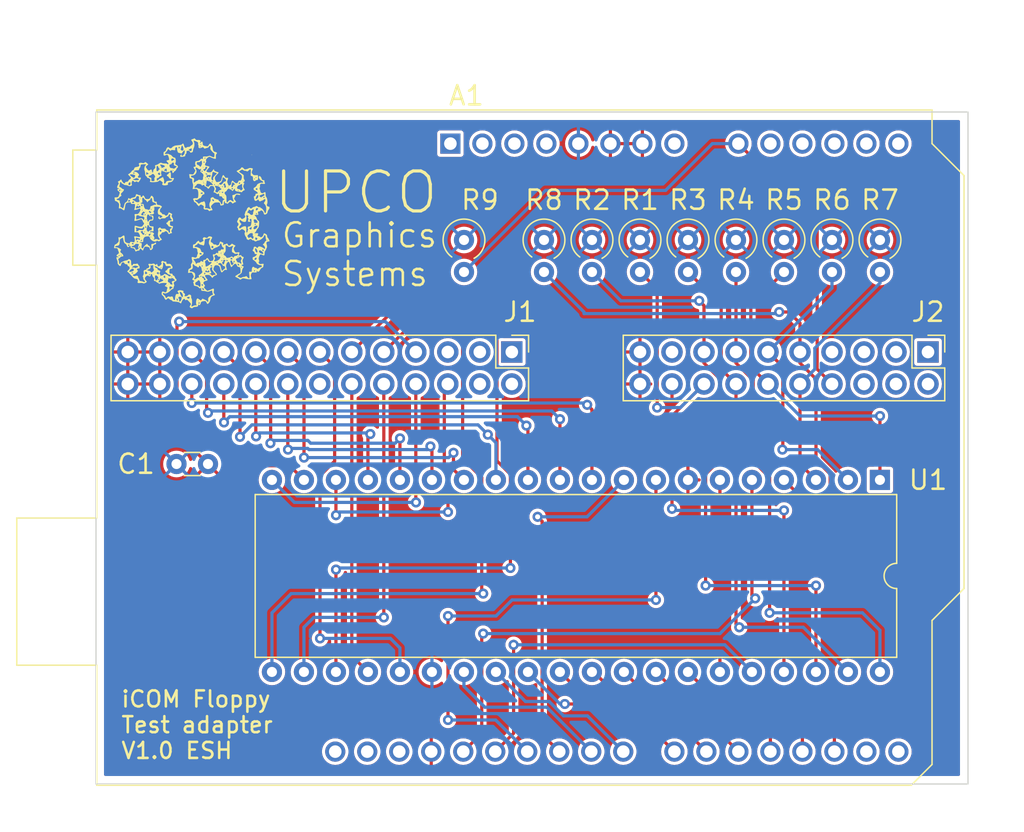
<source format=kicad_pcb>
(kicad_pcb (version 20221018) (generator pcbnew)
  (layers (0 "F.Cu" signal) (31 "B.Cu" signal) (34 "B.Paste" user) (35 "F.Paste" user) (36 "B.SilkS" user "B.Silkscreen") (37 "F.SilkS" user "F.Silkscreen") (38 "B.Mask" user) (39 "F.Mask" user) (44 "Edge.Cuts" user))
  (net 0 "")
  (net 5 "VCC")
  (net 6 "GND")
  (net 8 "/nDONE")
  (net 16 "Net-(A1-D2)")
  (net 17 "Net-(A1-D3)")
  (net 18 "Net-(A1-D4)")
  (net 19 "Net-(A1-D5)")
  (net 20 "Net-(A1-D6)")
  (net 21 "Net-(A1-D7)")
  (net 22 "Net-(A1-D8)")
  (net 23 "Net-(A1-D9)")
  (net 24 "Net-(A1-D10)")
  (net 25 "Net-(A1-D11)")
  (net 26 "Net-(A1-D12)")
  (net 27 "Net-(A1-D13)")
  (net 36 "/CPU0")
  (net 37 "/CPU1")
  (net 38 "/CPU2")
  (net 39 "/CPU3")
  (net 40 "/CPU4")
  (net 41 "/CPU5")
  (net 42 "/CPU6")
  (net 43 "/CPU7")
  (net 45 "/DOUT0")
  (net 46 "/DOUT1")
  (net 47 "/DOUT2")
  (net 48 "/DOUT3")
  (net 49 "/DOUT4")
  (net 50 "/DOUT5")
  (net 51 "/DOUT6")
  (net 52 "/DOUT7")
  (net 60 "/DI0")
  (net 61 "/DI1")
  (net 62 "/DI2")
  (net 63 "/DI3")
  (net 64 "/DI4")
  (net 65 "/DI5")
  (net 66 "/DI6")
  (net 67 "/DI7")
  (footprint "Resistor_THT:R_Axial_DIN0309_L9.0mm_D3.2mm_P2.54mm_Vertical" (layer "F.Cu") (at 100.33 62.23 -90)
    (fp_text reference "R2" (at -3.175 0 -180) (layer "F.SilkS") (effects (font (size 1.524 1.524) (thickness 0.2032))))
    (fp_text value "1k")
    (pad "1" thru_hole circle (at 0 0 270) (size 1.6 1.6) (drill 0.8) (layers "*.Cu" "*.Mask") (net 5 "VCC"))
    (pad "2" thru_hole oval (at 2.54 0 270) (size 1.6 1.6) (drill 0.8) (layers "*.Cu" "*.Mask") (net 66 "/DI6"))
  )
  (footprint "Resistor_THT:R_Axial_DIN0309_L9.0mm_D3.2mm_P2.54mm_Vertical" (layer "F.Cu") (at 119.38 62.23 -90)
    (fp_text reference "R6" (at -3.175 0 -180) (layer "F.SilkS") (effects (font (size 1.524 1.524) (thickness 0.2032))))
    (fp_text value "1k")
    (pad "1" thru_hole circle (at 0 0 270) (size 1.6 1.6) (drill 0.8) (layers "*.Cu" "*.Mask") (net 5 "VCC"))
    (pad "2" thru_hole oval (at 2.54 0 270) (size 1.6 1.6) (drill 0.8) (layers "*.Cu" "*.Mask") (net 62 "/DI2"))
  )
  (footprint "Resistor_THT:R_Axial_DIN0309_L9.0mm_D3.2mm_P2.54mm_Vertical" (layer "F.Cu") (at 107.95 62.23 -90)
    (fp_text reference "R3" (at -3.175 0 -180) (layer "F.SilkS") (effects (font (size 1.524 1.524) (thickness 0.2032))))
    (fp_text value "1k")
    (pad "1" thru_hole circle (at 0 0 270) (size 1.6 1.6) (drill 0.8) (layers "*.Cu" "*.Mask") (net 5 "VCC"))
    (pad "2" thru_hole oval (at 2.54 0 270) (size 1.6 1.6) (drill 0.8) (layers "*.Cu" "*.Mask") (net 65 "/DI5"))
  )
  (footprint "Resistor_THT:R_Axial_DIN0309_L9.0mm_D3.2mm_P2.54mm_Vertical" (layer "F.Cu") (at 90.17 62.23 -90)
    (fp_text reference "R9" (at -3.175 -1.27 -180) (layer "F.SilkS") (effects (font (size 1.524 1.524) (thickness 0.2032))))
    (fp_text value "1k")
    (pad "1" thru_hole circle (at 0 0 270) (size 1.6 1.6) (drill 0.8) (layers "*.Cu" "*.Mask") (net 5 "VCC"))
    (pad "2" thru_hole oval (at 2.54 0 270) (size 1.6 1.6) (drill 0.8) (layers "*.Cu" "*.Mask") (net 8 "/nDONE"))
  )
  (footprint "Resistor_THT:R_Axial_DIN0309_L9.0mm_D3.2mm_P2.54mm_Vertical" (layer "F.Cu") (at 111.76 62.23 -90)
    (fp_text reference "R4" (at -3.175 0 -180) (layer "F.SilkS") (effects (font (size 1.524 1.524) (thickness 0.2032))))
    (fp_text value "1k")
    (pad "1" thru_hole circle (at 0 0 270) (size 1.6 1.6) (drill 0.8) (layers "*.Cu" "*.Mask") (net 5 "VCC"))
    (pad "2" thru_hole oval (at 2.54 0 270) (size 1.6 1.6) (drill 0.8) (layers "*.Cu" "*.Mask") (net 64 "/DI4"))
  )
  (footprint "Connector_PinHeader_2.54mm:PinHeader_2x10_P2.54mm_Vertical" (layer "F.Cu") (at 127 71.12 -90)
    (fp_text reference "J2" (at -3.175 0 -180) (layer "F.SilkS") (effects (font (size 1.524 1.524) (thickness 0.2032))))
    (fp_text value "Conn_01x20")
    (pad "1" thru_hole rect (at 0 0 270) (size 1.7 1.7) (drill 1) (layers "*.Cu" "*.Mask"))
    (pad "2" thru_hole oval (at 2.54 0 270) (size 1.7 1.7) (drill 1) (layers "*.Cu" "*.Mask"))
    (pad "3" thru_hole oval (at 0 2.54 270) (size 1.7 1.7) (drill 1) (layers "*.Cu" "*.Mask"))
    (pad "4" thru_hole oval (at 2.54 2.54 270) (size 1.7 1.7) (drill 1) (layers "*.Cu" "*.Mask"))
    (pad "5" thru_hole oval (at 0 5.08 270) (size 1.7 1.7) (drill 1) (layers "*.Cu" "*.Mask"))
    (pad "6" thru_hole oval (at 2.54 5.08 270) (size 1.7 1.7) (drill 1) (layers "*.Cu" "*.Mask"))
    (pad "7" thru_hole oval (at 0 7.62 270) (size 1.7 1.7) (drill 1) (layers "*.Cu" "*.Mask"))
    (pad "8" thru_hole oval (at 2.54 7.62 270) (size 1.7 1.7) (drill 1) (layers "*.Cu" "*.Mask") (net 8 "/nDONE"))
    (pad "9" thru_hole oval (at 0 10.16 270) (size 1.7 1.7) (drill 1) (layers "*.Cu" "*.Mask") (net 60 "/DI0"))
    (pad "10" thru_hole oval (at 2.54 10.16 270) (size 1.7 1.7) (drill 1) (layers "*.Cu" "*.Mask") (net 61 "/DI1"))
    (pad "11" thru_hole oval (at 0 12.7 270) (size 1.7 1.7) (drill 1) (layers "*.Cu" "*.Mask") (net 62 "/DI2"))
    (pad "12" thru_hole oval (at 2.54 12.7 270) (size 1.7 1.7) (drill 1) (layers "*.Cu" "*.Mask") (net 63 "/DI3"))
    (pad "13" thru_hole oval (at 0 15.24 270) (size 1.7 1.7) (drill 1) (layers "*.Cu" "*.Mask") (net 64 "/DI4"))
    (pad "14" thru_hole oval (at 2.54 15.24 270) (size 1.7 1.7) (drill 1) (layers "*.Cu" "*.Mask") (net 65 "/DI5"))
    (pad "15" thru_hole oval (at 0 17.78 270) (size 1.7 1.7) (drill 1) (layers "*.Cu" "*.Mask") (net 66 "/DI6"))
    (pad "16" thru_hole oval (at 2.54 17.78 270) (size 1.7 1.7) (drill 1) (layers "*.Cu" "*.Mask") (net 67 "/DI7"))
    (pad "17" thru_hole oval (at 0 20.32 270) (size 1.7 1.7) (drill 1) (layers "*.Cu" "*.Mask"))
    (pad "18" thru_hole oval (at 2.54 20.32 270) (size 1.7 1.7) (drill 1) (layers "*.Cu" "*.Mask") (net 6 "GND"))
    (pad "19" thru_hole oval (at 0 22.86 270) (size 1.7 1.7) (drill 1) (layers "*.Cu" "*.Mask") (net 6 "GND"))
    (pad "20" thru_hole oval (at 2.54 22.86 270) (size 1.7 1.7) (drill 1) (layers "*.Cu" "*.Mask") (net 6 "GND"))
  )
  (footprint "Module:Arduino_UNO_R3" (layer "F.Cu") (at 89.09 54.58)
    (fp_text reference "A1" (at 1.27 -3.81 180) (layer "F.SilkS") (effects (font (size 1.524 1.524) (thickness 0.2032))))
    (fp_text value "Arduino_UNO_R3")
    (pad "1" thru_hole rect (at 0 0 90) (size 1.6 1.6) (drill 1) (layers "*.Cu" "*.Mask"))
    (pad "2" thru_hole oval (at 2.54 0 90) (size 1.6 1.6) (drill 1) (layers "*.Cu" "*.Mask"))
    (pad "3" thru_hole oval (at 5.08 0 90) (size 1.6 1.6) (drill 1) (layers "*.Cu" "*.Mask"))
    (pad "4" thru_hole oval (at 7.62 0 90) (size 1.6 1.6) (drill 1) (layers "*.Cu" "*.Mask"))
    (pad "5" thru_hole oval (at 10.16 0 90) (size 1.6 1.6) (drill 1) (layers "*.Cu" "*.Mask") (net 5 "VCC"))
    (pad "6" thru_hole oval (at 12.7 0 90) (size 1.6 1.6) (drill 1) (layers "*.Cu" "*.Mask") (net 6 "GND"))
    (pad "7" thru_hole oval (at 15.24 0 90) (size 1.6 1.6) (drill 1) (layers "*.Cu" "*.Mask") (net 6 "GND"))
    (pad "8" thru_hole oval (at 17.78 0 90) (size 1.6 1.6) (drill 1) (layers "*.Cu" "*.Mask"))
    (pad "9" thru_hole oval (at 22.86 0 90) (size 1.6 1.6) (drill 1) (layers "*.Cu" "*.Mask") (net 8 "/nDONE"))
    (pad "10" thru_hole oval (at 25.4 0 90) (size 1.6 1.6) (drill 1) (layers "*.Cu" "*.Mask"))
    (pad "11" thru_hole oval (at 27.94 0 90) (size 1.6 1.6) (drill 1) (layers "*.Cu" "*.Mask"))
    (pad "12" thru_hole oval (at 30.48 0 90) (size 1.6 1.6) (drill 1) (layers "*.Cu" "*.Mask"))
    (pad "13" thru_hole oval (at 33.02 0 90) (size 1.6 1.6) (drill 1) (layers "*.Cu" "*.Mask"))
    (pad "14" thru_hole oval (at 35.56 0 90) (size 1.6 1.6) (drill 1) (layers "*.Cu" "*.Mask"))
    (pad "15" thru_hole oval (at 35.56 48.26 90) (size 1.6 1.6) (drill 1) (layers "*.Cu" "*.Mask"))
    (pad "16" thru_hole oval (at 33.02 48.26 90) (size 1.6 1.6) (drill 1) (layers "*.Cu" "*.Mask"))
    (pad "17" thru_hole oval (at 30.48 48.26 90) (size 1.6 1.6) (drill 1) (layers "*.Cu" "*.Mask") (net 16 "Net-(A1-D2)"))
    (pad "18" thru_hole oval (at 27.94 48.26 90) (size 1.6 1.6) (drill 1) (layers "*.Cu" "*.Mask") (net 17 "Net-(A1-D3)"))
    (pad "19" thru_hole oval (at 25.4 48.26 90) (size 1.6 1.6) (drill 1) (layers "*.Cu" "*.Mask") (net 18 "Net-(A1-D4)"))
    (pad "20" thru_hole oval (at 22.86 48.26 90) (size 1.6 1.6) (drill 1) (layers "*.Cu" "*.Mask") (net 19 "Net-(A1-D5)"))
    (pad "21" thru_hole oval (at 20.32 48.26 90) (size 1.6 1.6) (drill 1) (layers "*.Cu" "*.Mask") (net 20 "Net-(A1-D6)"))
    (pad "22" thru_hole oval (at 17.78 48.26 90) (size 1.6 1.6) (drill 1) (layers "*.Cu" "*.Mask") (net 21 "Net-(A1-D7)"))
    (pad "23" thru_hole oval (at 13.72 48.26 90) (size 1.6 1.6) (drill 1) (layers "*.Cu" "*.Mask") (net 22 "Net-(A1-D8)"))
    (pad "24" thru_hole oval (at 11.18 48.26 90) (size 1.6 1.6) (drill 1) (layers "*.Cu" "*.Mask") (net 23 "Net-(A1-D9)"))
    (pad "25" thru_hole oval (at 8.64 48.26 90) (size 1.6 1.6) (drill 1) (layers "*.Cu" "*.Mask") (net 24 "Net-(A1-D10)"))
    (pad "26" thru_hole oval (at 6.1 48.26 90) (size 1.6 1.6) (drill 1) (layers "*.Cu" "*.Mask") (net 25 "Net-(A1-D11)"))
    (pad "27" thru_hole oval (at 3.56 48.26 90) (size 1.6 1.6) (drill 1) (layers "*.Cu" "*.Mask") (net 26 "Net-(A1-D12)"))
    (pad "28" thru_hole oval (at 1.02 48.26 90) (size 1.6 1.6) (drill 1) (layers "*.Cu" "*.Mask") (net 27 "Net-(A1-D13)"))
    (pad "29" thru_hole oval (at -1.52 48.26 90) (size 1.6 1.6) (drill 1) (layers "*.Cu" "*.Mask") (net 6 "GND"))
    (pad "30" thru_hole oval (at -4.06 48.26 90) (size 1.6 1.6) (drill 1) (layers "*.Cu" "*.Mask"))
    (pad "31" thru_hole oval (at -6.6 48.26 90) (size 1.6 1.6) (drill 1) (layers "*.Cu" "*.Mask"))
    (pad "32" thru_hole oval (at -9.14 48.26 90) (size 1.6 1.6) (drill 1) (layers "*.Cu" "*.Mask"))
  )
  (footprint "Resistor_THT:R_Axial_DIN0309_L9.0mm_D3.2mm_P2.54mm_Vertical" (layer "F.Cu") (at 96.52 62.23 -90)
    (fp_text reference "R8" (at -3.175 0 -180) (layer "F.SilkS") (effects (font (size 1.524 1.524) (thickness 0.2032))))
    (fp_text value "1k")
    (pad "1" thru_hole circle (at 0 0 270) (size 1.6 1.6) (drill 0.8) (layers "*.Cu" "*.Mask") (net 5 "VCC"))
    (pad "2" thru_hole oval (at 2.54 0 270) (size 1.6 1.6) (drill 0.8) (layers "*.Cu" "*.Mask") (net 60 "/DI0"))
  )
  (footprint "Connector_PinHeader_2.54mm:PinHeader_2x13_P2.54mm_Vertical" (layer "F.Cu") (at 93.965 71.12 -90)
    (fp_text reference "J1" (at -3.175 -0.65 -180) (layer "F.SilkS") (effects (font (size 1.524 1.524) (thickness 0.2032))))
    (fp_text value "Conn_01x26")
    (pad "1" thru_hole rect (at 0 0 270) (size 1.7 1.7) (drill 1) (layers "*.Cu" "*.Mask"))
    (pad "2" thru_hole oval (at 2.54 0 270) (size 1.7 1.7) (drill 1) (layers "*.Cu" "*.Mask"))
    (pad "3" thru_hole oval (at 0 2.54 270) (size 1.7 1.7) (drill 1) (layers "*.Cu" "*.Mask"))
    (pad "4" thru_hole oval (at 2.54 2.54 270) (size 1.7 1.7) (drill 1) (layers "*.Cu" "*.Mask"))
    (pad "5" thru_hole oval (at 0 5.08 270) (size 1.7 1.7) (drill 1) (layers "*.Cu" "*.Mask"))
    (pad "6" thru_hole oval (at 2.54 5.08 270) (size 1.7 1.7) (drill 1) (layers "*.Cu" "*.Mask") (net 36 "/CPU0"))
    (pad "7" thru_hole oval (at 0 7.62 270) (size 1.7 1.7) (drill 1) (layers "*.Cu" "*.Mask") (net 37 "/CPU1"))
    (pad "8" thru_hole oval (at 2.54 7.62 270) (size 1.7 1.7) (drill 1) (layers "*.Cu" "*.Mask") (net 38 "/CPU2"))
    (pad "9" thru_hole oval (at 0 10.16 270) (size 1.7 1.7) (drill 1) (layers "*.Cu" "*.Mask") (net 39 "/CPU3"))
    (pad "10" thru_hole oval (at 2.54 10.16 270) (size 1.7 1.7) (drill 1) (layers "*.Cu" "*.Mask") (net 40 "/CPU4"))
    (pad "11" thru_hole oval (at 0 12.7 270) (size 1.7 1.7) (drill 1) (layers "*.Cu" "*.Mask") (net 41 "/CPU5"))
    (pad "12" thru_hole oval (at 2.54 12.7 270) (size 1.7 1.7) (drill 1) (layers "*.Cu" "*.Mask") (net 42 "/CPU6"))
    (pad "13" thru_hole oval (at 0 15.24 270) (size 1.7 1.7) (drill 1) (layers "*.Cu" "*.Mask") (net 43 "/CPU7"))
    (pad "14" thru_hole oval (at 2.54 15.24 270) (size 1.7 1.7) (drill 1) (layers "*.Cu" "*.Mask"))
    (pad "15" thru_hole oval (at 0 17.78 270) (size 1.7 1.7) (drill 1) (layers "*.Cu" "*.Mask") (net 45 "/DOUT0"))
    (pad "16" thru_hole oval (at 2.54 17.78 270) (size 1.7 1.7) (drill 1) (layers "*.Cu" "*.Mask") (net 46 "/DOUT1"))
    (pad "17" thru_hole oval (at 0 20.32 270) (size 1.7 1.7) (drill 1) (layers "*.Cu" "*.Mask") (net 47 "/DOUT2"))
    (pad "18" thru_hole oval (at 2.54 20.32 270) (size 1.7 1.7) (drill 1) (layers "*.Cu" "*.Mask") (net 48 "/DOUT3"))
    (pad "19" thru_hole oval (at 0 22.86 270) (size 1.7 1.7) (drill 1) (layers "*.Cu" "*.Mask") (net 49 "/DOUT4"))
    (pad "20" thru_hole oval (at 2.54 22.86 270) (size 1.7 1.7) (drill 1) (layers "*.Cu" "*.Mask") (net 50 "/DOUT5"))
    (pad "21" thru_hole oval (at 0 25.4 270) (size 1.7 1.7) (drill 1) (layers "*.Cu" "*.Mask") (net 51 "/DOUT6"))
    (pad "22" thru_hole oval (at 2.54 25.4 270) (size 1.7 1.7) (drill 1) (layers "*.Cu" "*.Mask") (net 52 "/DOUT7"))
    (pad "23" thru_hole oval (at 0 27.94 270) (size 1.7 1.7) (drill 1) (layers "*.Cu" "*.Mask") (net 6 "GND"))
    (pad "24" thru_hole oval (at 2.54 27.94 270) (size 1.7 1.7) (drill 1) (layers "*.Cu" "*.Mask") (net 6 "GND"))
    (pad "25" thru_hole oval (at 0 30.48 270) (size 1.7 1.7) (drill 1) (layers "*.Cu" "*.Mask") (net 6 "GND"))
    (pad "26" thru_hole oval (at 2.54 30.48 270) (size 1.7 1.7) (drill 1) (layers "*.Cu" "*.Mask") (net 6 "GND"))
  )
  (footprint "Package_DIP:DIP-40_W15.24mm" (layer "F.Cu") (at 123.185 81.275 -90)
    (fp_text reference "U1" (at 0.005 -3.815 -180) (layer "F.SilkS") (effects (font (size 1.524 1.524) (thickness 0.2032))))
    (fp_text value "82C55A")
    (pad "1" thru_hole rect (at 0 0 270) (size 1.6 1.6) (drill 0.8) (layers "*.Cu" "*.Mask") (net 63 "/DI3"))
    (pad "2" thru_hole oval (at 0 2.54 270) (size 1.6 1.6) (drill 0.8) (layers "*.Cu" "*.Mask") (net 62 "/DI2"))
    (pad "3" thru_hole oval (at 0 5.08 270) (size 1.6 1.6) (drill 0.8) (layers "*.Cu" "*.Mask") (net 61 "/DI1"))
    (pad "4" thru_hole oval (at 0 7.62 270) (size 1.6 1.6) (drill 0.8) (layers "*.Cu" "*.Mask") (net 60 "/DI0"))
    (pad "5" thru_hole oval (at 0 10.16 270) (size 1.6 1.6) (drill 0.8) (layers "*.Cu" "*.Mask") (net 27 "Net-(A1-D13)"))
    (pad "6" thru_hole oval (at 0 12.7 270) (size 1.6 1.6) (drill 0.8) (layers "*.Cu" "*.Mask") (net 6 "GND"))
    (pad "7" thru_hole oval (at 0 15.24 270) (size 1.6 1.6) (drill 0.8) (layers "*.Cu" "*.Mask") (net 6 "GND"))
    (pad "8" thru_hole oval (at 0 17.78 270) (size 1.6 1.6) (drill 0.8) (layers "*.Cu" "*.Mask") (net 25 "Net-(A1-D11)"))
    (pad "9" thru_hole oval (at 0 20.32 270) (size 1.6 1.6) (drill 0.8) (layers "*.Cu" "*.Mask") (net 24 "Net-(A1-D10)"))
    (pad "10" thru_hole oval (at 0 22.86 270) (size 1.6 1.6) (drill 0.8) (layers "*.Cu" "*.Mask") (net 52 "/DOUT7"))
    (pad "11" thru_hole oval (at 0 25.4 270) (size 1.6 1.6) (drill 0.8) (layers "*.Cu" "*.Mask") (net 51 "/DOUT6"))
    (pad "12" thru_hole oval (at 0 27.94 270) (size 1.6 1.6) (drill 0.8) (layers "*.Cu" "*.Mask") (net 50 "/DOUT5"))
    (pad "13" thru_hole oval (at 0 30.48 270) (size 1.6 1.6) (drill 0.8) (layers "*.Cu" "*.Mask") (net 49 "/DOUT4"))
    (pad "14" thru_hole oval (at 0 33.02 270) (size 1.6 1.6) (drill 0.8) (layers "*.Cu" "*.Mask") (net 45 "/DOUT0"))
    (pad "15" thru_hole oval (at 0 35.56 270) (size 1.6 1.6) (drill 0.8) (layers "*.Cu" "*.Mask") (net 46 "/DOUT1"))
    (pad "16" thru_hole oval (at 0 38.1 270) (size 1.6 1.6) (drill 0.8) (layers "*.Cu" "*.Mask") (net 47 "/DOUT2"))
    (pad "17" thru_hole oval (at 0 40.64 270) (size 1.6 1.6) (drill 0.8) (layers "*.Cu" "*.Mask") (net 48 "/DOUT3"))
    (pad "18" thru_hole oval (at 0 43.18 270) (size 1.6 1.6) (drill 0.8) (layers "*.Cu" "*.Mask") (net 36 "/CPU0"))
    (pad "19" thru_hole oval (at 0 45.72 270) (size 1.6 1.6) (drill 0.8) (layers "*.Cu" "*.Mask") (net 37 "/CPU1"))
    (pad "20" thru_hole oval (at 0 48.26 270) (size 1.6 1.6) (drill 0.8) (layers "*.Cu" "*.Mask") (net 38 "/CPU2"))
    (pad "21" thru_hole oval (at 15.24 48.26 270) (size 1.6 1.6) (drill 0.8) (layers "*.Cu" "*.Mask") (net 39 "/CPU3"))
    (pad "22" thru_hole oval (at 15.24 45.72 270) (size 1.6 1.6) (drill 0.8) (layers "*.Cu" "*.Mask") (net 40 "/CPU4"))
    (pad "23" thru_hole oval (at 15.24 43.18 270) (size 1.6 1.6) (drill 0.8) (layers "*.Cu" "*.Mask") (net 41 "/CPU5"))
    (pad "24" thru_hole oval (at 15.24 40.64 270) (size 1.6 1.6) (drill 0.8) (layers "*.Cu" "*.Mask") (net 42 "/CPU6"))
    (pad "25" thru_hole oval (at 15.24 38.1 270) (size 1.6 1.6) (drill 0.8) (layers "*.Cu" "*.Mask") (net 43 "/CPU7"))
    (pad "26" thru_hole oval (at 15.24 35.56 270) (size 1.6 1.6) (drill 0.8) (layers "*.Cu" "*.Mask") (net 5 "VCC"))
    (pad "27" thru_hole oval (at 15.24 33.02 270) (size 1.6 1.6) (drill 0.8) (layers "*.Cu" "*.Mask") (net 23 "Net-(A1-D9)"))
    (pad "28" thru_hole oval (at 15.24 30.48 270) (size 1.6 1.6) (drill 0.8) (layers "*.Cu" "*.Mask") (net 22 "Net-(A1-D8)"))
    (pad "29" thru_hole oval (at 15.24 27.94 270) (size 1.6 1.6) (drill 0.8) (layers "*.Cu" "*.Mask") (net 21 "Net-(A1-D7)"))
    (pad "30" thru_hole oval (at 15.24 25.4 270) (size 1.6 1.6) (drill 0.8) (layers "*.Cu" "*.Mask") (net 20 "Net-(A1-D6)"))
    (pad "31" thru_hole oval (at 15.24 22.86 270) (size 1.6 1.6) (drill 0.8) (layers "*.Cu" "*.Mask") (net 19 "Net-(A1-D5)"))
    (pad "32" thru_hole oval (at 15.24 20.32 270) (size 1.6 1.6) (drill 0.8) (layers "*.Cu" "*.Mask") (net 18 "Net-(A1-D4)"))
    (pad "33" thru_hole oval (at 15.24 17.78 270) (size 1.6 1.6) (drill 0.8) (layers "*.Cu" "*.Mask") (net 17 "Net-(A1-D3)"))
    (pad "34" thru_hole oval (at 15.24 15.24 270) (size 1.6 1.6) (drill 0.8) (layers "*.Cu" "*.Mask") (net 16 "Net-(A1-D2)"))
    (pad "35" thru_hole oval (at 15.24 12.7 270) (size 1.6 1.6) (drill 0.8) (layers "*.Cu" "*.Mask") (net 6 "GND"))
    (pad "36" thru_hole oval (at 15.24 10.16 270) (size 1.6 1.6) (drill 0.8) (layers "*.Cu" "*.Mask") (net 26 "Net-(A1-D12)"))
    (pad "37" thru_hole oval (at 15.24 7.62 270) (size 1.6 1.6) (drill 0.8) (layers "*.Cu" "*.Mask") (net 67 "/DI7"))
    (pad "38" thru_hole oval (at 15.24 5.08 270) (size 1.6 1.6) (drill 0.8) (layers "*.Cu" "*.Mask") (net 66 "/DI6"))
    (pad "39" thru_hole oval (at 15.24 2.54 270) (size 1.6 1.6) (drill 0.8) (layers "*.Cu" "*.Mask") (net 65 "/DI5"))
    (pad "40" thru_hole oval (at 15.24 0 270) (size 1.6 1.6) (drill 0.8) (layers "*.Cu" "*.Mask") (net 64 "/DI4"))
  )
  (footprint "upco-logo:upco-logo" (layer "F.Cu") (at 68.58 60.96)
    (fp_text reference "G***" hide)
    (fp_text value "LOGO" hide)
  )
  (footprint "Resistor_THT:R_Axial_DIN0309_L9.0mm_D3.2mm_P2.54mm_Vertical" (layer "F.Cu") (at 123.19 62.23 -90)
    (fp_text reference "R7" (at -3.175 0 -180) (layer "F.SilkS") (effects (font (size 1.524 1.524) (thickness 0.2032))))
    (fp_text value "1k")
    (pad "1" thru_hole circle (at 0 0 270) (size 1.6 1.6) (drill 0.8) (layers "*.Cu" "*.Mask") (net 5 "VCC"))
    (pad "2" thru_hole oval (at 2.54 0 270) (size 1.6 1.6) (drill 0.8) (layers "*.Cu" "*.Mask") (net 61 "/DI1"))
  )
  (footprint "Resistor_THT:R_Axial_DIN0309_L9.0mm_D3.2mm_P2.54mm_Vertical" (layer "F.Cu") (at 104.14 62.23 -90)
    (fp_text reference "R1" (at -3.175 0 -180) (layer "F.SilkS") (effects (font (size 1.524 1.524) (thickness 0.2032))))
    (fp_text value "1k")
    (pad "1" thru_hole circle (at 0 0 270) (size 1.6 1.6) (drill 0.8) (layers "*.Cu" "*.Mask") (net 5 "VCC"))
    (pad "2" thru_hole oval (at 2.54 0 270) (size 1.6 1.6) (drill 0.8) (layers "*.Cu" "*.Mask") (net 67 "/DI7"))
  )
  (footprint "Capacitor_THT:C_Disc_D3.0mm_W1.6mm_P2.50mm" (layer "F.Cu") (at 67.35 80.01)
    (fp_text reference "C1" (at -3.215 0) (layer "F.SilkS") (effects (font (size 1.524 1.524) (thickness 0.2032))))
    (fp_text value "0.1uF")
    (pad "1" thru_hole circle (at 0 0) (size 1.6 1.6) (drill 0.8) (layers "*.Cu" "*.Mask") (net 5 "VCC"))
    (pad "2" thru_hole circle (at 2.5 0) (size 1.6 1.6) (drill 0.8) (layers "*.Cu" "*.Mask") (net 6 "GND"))
  )
  (footprint "Resistor_THT:R_Axial_DIN0309_L9.0mm_D3.2mm_P2.54mm_Vertical" (layer "F.Cu") (at 115.57 62.23 -90)
    (fp_text reference "R5" (at -3.175 0 -180) (layer "F.SilkS") (effects (font (size 1.524 1.524) (thickness 0.2032))))
    (fp_text value "1k")
    (pad "1" thru_hole circle (at 0 0 270) (size 1.6 1.6) (drill 0.8) (layers "*.Cu" "*.Mask") (net 5 "VCC"))
    (pad "2" thru_hole oval (at 2.54 0 270) (size 1.6 1.6) (drill 0.8) (layers "*.Cu" "*.Mask") (net 63 "/DI3"))
  )
  (gr_poly (pts (xy 60.96 52.07) (xy 130.175 52.07) (xy 130.175 105.41) (xy 60.96 105.41)) (stroke (width 0.1)) (fill none) (layer "Edge.Cuts"))
  (gr_text "Graphics\nSystems" (at 75.565 66.04) (layer "F.SilkS") (effects (font (size 1.905 1.905) (thickness 0.2032)) (justify left bottom)))
  (gr_text "iCOM Floppy\nTest adapter\nV1.0 ESH" (at 62.865 103.505) (layer "F.SilkS") (effects (font (size 1.27 1.27) (thickness 0.2032)) (justify left bottom)))
  (gr_text "UPCO" (at 74.93 60.325) (layer "F.SilkS") (effects (font (size 3.175 3.175) (thickness 0.254)) (justify left bottom)))
  (segment (start 118.203 72.483) (end 118.203 60.833) (width 0.254) (layer "F.Cu") (net 8))
  (segment (start 119.38 73.66) (end 118.203 72.483) (width 0.254) (layer "F.Cu") (net 8))
  (segment (start 118.203 60.833) (end 111.95 54.58) (width 0.254) (layer "F.Cu") (net 8))
  (segment (start 90.17 64.77) (end 96.647 58.293) (width 0.254) (layer "B.Cu") (net 8))
  (segment (start 106.172 58.293) (end 109.885 54.58) (width 0.254) (layer "B.Cu") (net 8))
  (segment (start 109.885 54.58) (end 111.95 54.58) (width 0.254) (layer "B.Cu") (net 8))
  (segment (start 96.647 58.293) (end 106.172 58.293) (width 0.254) (layer "B.Cu") (net 8))
  (segment (start 107.945 96.515) (end 109.601 98.171) (width 0.254) (layer "F.Cu") (net 16))
  (segment (start 119.57 99.123) (end 119.57 102.84) (width 0.254) (layer "F.Cu") (net 16))
  (segment (start 118.618 98.171) (end 119.57 99.123) (width 0.254) (layer "F.Cu") (net 16))
  (segment (start 109.601 98.171) (end 118.618 98.171) (width 0.254) (layer "F.Cu") (net 16))
  (segment (start 105.405 96.515) (end 107.95 99.06) (width 0.254) (layer "F.Cu") (net 17))
  (segment (start 117.03 100.012) (end 117.03 102.84) (width 0.254) (layer "F.Cu") (net 17))
  (segment (start 107.95 99.06) (end 116.078 99.06) (width 0.254) (layer "F.Cu") (net 17))
  (segment (start 116.078 99.06) (end 117.03 100.012) (width 0.254) (layer "F.Cu") (net 17))
  (segment (start 113.538 99.695) (end 114.49 100.647) (width 0.254) (layer "F.Cu") (net 18))
  (segment (start 114.49 100.647) (end 114.49 102.84) (width 0.254) (layer "F.Cu") (net 18))
  (segment (start 102.865 96.515) (end 106.045 99.695) (width 0.254) (layer "F.Cu") (net 18))
  (segment (start 106.045 99.695) (end 113.538 99.695) (width 0.254) (layer "F.Cu") (net 18))
  (segment (start 104.281104 100.33) (end 109.44 100.33) (width 0.254) (layer "F.Cu") (net 19))
  (segment (start 109.44 100.33) (end 111.95 102.84) (width 0.254) (layer "F.Cu") (net 19))
  (segment (start 100.466104 96.515) (end 104.281104 100.33) (width 0.254) (layer "F.Cu") (net 19))
  (segment (start 100.325 96.515) (end 100.466104 96.515) (width 0.254) (layer "F.Cu") (net 19))
  (segment (start 104.274052 100.965) (end 107.535 100.965) (width 0.254) (layer "F.Cu") (net 20))
  (segment (start 101.915052 98.606) (end 104.274052 100.965) (width 0.254) (layer "F.Cu") (net 20))
  (segment (start 97.785 96.515) (end 99.876 98.606) (width 0.254) (layer "F.Cu") (net 20))
  (segment (start 99.876 98.606) (end 101.915052 98.606) (width 0.254) (layer "F.Cu") (net 20))
  (segment (start 107.535 100.965) (end 109.41 102.84) (width 0.254) (layer "F.Cu") (net 20))
  (segment (start 104.38 101.713) (end 101.727 99.06) (width 0.254) (layer "F.Cu") (net 21))
  (segment (start 105.743 101.713) (end 104.38 101.713) (width 0.254) (layer "F.Cu") (net 21))
  (segment (start 101.727 99.06) (end 98.171 99.06) (width 0.254) (layer "F.Cu") (net 21))
  (segment (start 106.87 102.84) (end 105.743 101.713) (width 0.254) (layer "F.Cu") (net 21))
  (segment (start 98.044 98.933) (end 98.171 99.06) (width 0.254) (layer "F.Cu") (net 21))
  (via (at 98.171 99.06) (size 0.8) (drill 0.4) (layers "F.Cu" "B.Cu") (net 21))
  (segment (start 97.79 99.06) (end 95.245 96.515) (width 0.254) (layer "B.Cu") (net 21))
  (segment (start 98.171 99.06) (end 97.79 99.06) (width 0.254) (layer "B.Cu") (net 21))
  (segment (start 96.932053 98.86) (end 98.075052 100.003) (width 0.254) (layer "B.Cu") (net 22))
  (segment (start 95.05 98.86) (end 96.932053 98.86) (width 0.254) (layer "B.Cu") (net 22))
  (segment (start 92.705 96.515) (end 95.05 98.86) (width 0.254) (layer "B.Cu") (net 22))
  (segment (start 99.973 100.003) (end 102.81 102.84) (width 0.254) (layer "B.Cu") (net 22))
  (segment (start 98.075052 100.003) (end 99.973 100.003) (width 0.254) (layer "B.Cu") (net 22))
  (segment (start 100.27 102.84) (end 96.744 99.314) (width 0.254) (layer "B.Cu") (net 23))
  (segment (start 91.821 99.314) (end 90.165 97.658) (width 0.254) (layer "B.Cu") (net 23))
  (segment (start 96.744 99.314) (end 91.821 99.314) (width 0.254) (layer "B.Cu") (net 23))
  (segment (start 90.165 97.658) (end 90.165 96.515) (width 0.254) (layer "B.Cu") (net 23))
  (segment (start 96.012 84.201) (end 96.372 84.561) (width 0.254) (layer "F.Cu") (net 24))
  (segment (start 96.372 101.482) (end 97.73 102.84) (width 0.254) (layer "F.Cu") (net 24))
  (segment (start 96.372 84.561) (end 96.372 101.482) (width 0.254) (layer "F.Cu") (net 24))
  (via (at 96.012 84.201) (size 0.8) (drill 0.4) (layers "F.Cu" "B.Cu") (net 24))
  (segment (start 102.865 81.275) (end 99.939 84.201) (width 0.254) (layer "B.Cu") (net 24))
  (segment (start 99.939 84.201) (end 96.012 84.201) (width 0.254) (layer "B.Cu") (net 24))
  (segment (start 105.41 90.805) (end 105.405 90.8) (width 0.254) (layer "F.Cu") (net 25))
  (segment (start 88.9 92.075) (end 88.9 100.33) (width 0.254) (layer "F.Cu") (net 25))
  (segment (start 105.405 81.275) (end 105.405 90.8) (width 0.254) (layer "F.Cu") (net 25))
  (via (at 105.405 90.8) (size 0.8) (drill 0.4) (layers "F.Cu" "B.Cu") (net 25))
  (via (at 88.9 100.33) (size 0.8) (drill 0.4) (layers "F.Cu" "B.Cu") (net 25))
  (via (at 88.9 92.075) (size 0.8) (drill 0.4) (layers "F.Cu" "B.Cu") (net 25))
  (segment (start 105.405 90.8) (end 93.985 90.8) (width 0.254) (layer "B.Cu") (net 25))
  (segment (start 92.68 100.33) (end 95.19 102.84) (width 0.254) (layer "B.Cu") (net 25))
  (segment (start 92.71 92.075) (end 88.9 92.075) (width 0.254) (layer "B.Cu") (net 25))
  (segment (start 88.9 100.33) (end 92.68 100.33) (width 0.254) (layer "B.Cu") (net 25))
  (segment (start 93.985 90.8) (end 92.71 92.075) (width 0.254) (layer "B.Cu") (net 25))
  (segment (start 92.65 102.84) (end 94.107 101.383) (width 0.254) (layer "F.Cu") (net 26))
  (segment (start 94.107 101.383) (end 94.107 94.361) (width 0.254) (layer "F.Cu") (net 26))
  (via (at 94.107 94.361) (size 0.8) (drill 0.4) (layers "F.Cu" "B.Cu") (net 26))
  (segment (start 94.107 94.361) (end 110.871 94.361) (width 0.254) (layer "B.Cu") (net 26))
  (segment (start 110.871 94.361) (end 113.025 96.515) (width 0.254) (layer "B.Cu") (net 26))
  (segment (start 113.284 90.678) (end 113.025 90.419) (width 0.254) (layer "F.Cu") (net 27))
  (segment (start 113.025 90.419) (end 113.025 81.275) (width 0.254) (layer "F.Cu") (net 27))
  (segment (start 91.578 93.588) (end 91.694 93.472) (width 0.254) (layer "F.Cu") (net 27))
  (segment (start 90.11 102.84) (end 91.578 101.372) (width 0.254) (layer "F.Cu") (net 27))
  (segment (start 91.578 101.372) (end 91.578 93.588) (width 0.254) (layer "F.Cu") (net 27))
  (via (at 113.284 90.678) (size 0.8) (drill 0.4) (layers "F.Cu" "B.Cu") (net 27))
  (via (at 91.694 93.472) (size 0.8) (drill 0.4) (layers "F.Cu" "B.Cu") (net 27))
  (segment (start 110.49 93.472) (end 113.284 90.678) (width 0.254) (layer "B.Cu") (net 27))
  (segment (start 91.694 93.472) (end 110.49 93.472) (width 0.254) (layer "B.Cu") (net 27))
  (segment (start 80.01 84.074) (end 80.005 84.069) (width 0.254) (layer "F.Cu") (net 36))
  (segment (start 88.9 80.652052) (end 88.9 83.82) (width 0.254) (layer "F.Cu") (net 36))
  (segment (start 88.608 73.937) (end 88.608 80.360052) (width 0.254) (layer "F.Cu") (net 36))
  (segment (start 80.005 84.069) (end 80.005 81.275) (width 0.254) (layer "F.Cu") (net 36))
  (segment (start 88.885 73.66) (end 88.608 73.937) (width 0.254) (layer "F.Cu") (net 36))
  (segment (start 88.608 80.360052) (end 88.9 80.652052) (width 0.254) (layer "F.Cu") (net 36))
  (via (at 80.01 84.074) (size 0.8) (drill 0.4) (layers "F.Cu" "B.Cu") (net 36))
  (via (at 88.9 83.82) (size 0.8) (drill 0.4) (layers "F.Cu" "B.Cu") (net 36))
  (segment (start 80.264 83.82) (end 80.01 84.074) (width 0.254) (layer "B.Cu") (net 36))
  (segment (start 88.9 83.82) (end 80.264 83.82) (width 0.254) (layer "B.Cu") (net 36))
  (segment (start 67.388 75.135) (end 72.401 80.148) (width 0.254) (layer "F.Cu") (net 37))
  (segment (start 72.401 80.148) (end 76.338 80.148) (width 0.254) (layer "F.Cu") (net 37))
  (segment (start 76.338 80.148) (end 77.465 81.275) (width 0.254) (layer "F.Cu") (net 37))
  (segment (start 67.388 68.883) (end 67.388 75.135) (width 0.254) (layer "F.Cu") (net 37))
  (segment (start 67.564 68.707) (end 67.388 68.883) (width 0.254) (layer "F.Cu") (net 37))
  (via (at 67.564 68.707) (size 0.8) (drill 0.4) (layers "F.Cu" "B.Cu") (net 37))
  (segment (start 83.932 68.707) (end 67.564 68.707) (width 0.254) (layer "B.Cu") (net 37))
  (segment (start 86.345 71.12) (end 83.932 68.707) (width 0.254) (layer "B.Cu") (net 37))
  (segment (start 86.345 73.66) (end 86.345 83.043) (width 0.254) (layer "F.Cu") (net 38))
  (segment (start 86.345 83.043) (end 86.36 83.058) (width 0.254) (layer "F.Cu") (net 38))
  (via (at 86.36 83.058) (size 0.8) (drill 0.4) (layers "F.Cu" "B.Cu") (net 38))
  (segment (start 86.36 83.058) (end 76.708 83.058) (width 0.254) (layer "B.Cu") (net 38))
  (segment (start 76.708 83.058) (end 74.925 81.275) (width 0.254) (layer "B.Cu") (net 38))
  (segment (start 83.805 71.12) (end 85.964 68.961) (width 0.254) (layer "F.Cu") (net 39))
  (segment (start 90.062 69.361) (end 90.062 79.578181) (width 0.254) (layer "F.Cu") (net 39))
  (segment (start 91.578 90.181) (end 91.694 90.297) (width 0.254) (layer "F.Cu") (net 39))
  (segment (start 89.662 68.961) (end 90.062 69.361) (width 0.254) (layer "F.Cu") (net 39))
  (segment (start 91.578 81.094181) (end 91.578 90.181) (width 0.254) (layer "F.Cu") (net 39))
  (segment (start 90.062 79.578181) (end 91.578 81.094181) (width 0.254) (layer "F.Cu") (net 39))
  (segment (start 85.964 68.961) (end 89.662 68.961) (width 0.254) (layer "F.Cu") (net 39))
  (via (at 91.694 90.297) (size 0.8) (drill 0.4) (layers "F.Cu" "B.Cu") (net 39))
  (segment (start 76.454 90.297) (end 74.925 91.826) (width 0.254) (layer "B.Cu") (net 39))
  (segment (start 91.694 90.297) (end 76.454 90.297) (width 0.254) (layer "B.Cu") (net 39))
  (segment (start 74.925 91.826) (end 74.925 96.515) (width 0.254) (layer "B.Cu") (net 39))
  (segment (start 83.82 92.202) (end 83.805 92.187) (width 0.254) (layer "F.Cu") (net 40))
  (segment (start 83.805 73.66) (end 83.805 92.187) (width 0.254) (layer "F.Cu") (net 40))
  (via (at 83.805 92.187) (size 0.8) (drill 0.4) (layers "F.Cu" "B.Cu") (net 40))
  (segment (start 78.247 92.187) (end 77.465 92.969) (width 0.254) (layer "B.Cu") (net 40))
  (segment (start 83.805 92.187) (end 78.247 92.187) (width 0.254) (layer "B.Cu") (net 40))
  (segment (start 77.465 92.969) (end 77.465 96.515) (width 0.254) (layer "B.Cu") (net 40))
  (segment (start 92.788 79.764181) (end 93.853 80.829181) (width 0.254) (layer "F.Cu") (net 41))
  (segment (start 81.265 71.12) (end 84.313 68.072) (width 0.254) (layer "F.Cu") (net 41))
  (segment (start 92.329 68.072) (end 92.788 68.531) (width 0.254) (layer "F.Cu") (net 41))
  (segment (start 80.005 88.397) (end 80.005 96.515) (width 0.254) (layer "F.Cu") (net 41))
  (segment (start 92.788 68.531) (end 92.788 79.764181) (width 0.254) (layer "F.Cu") (net 41))
  (segment (start 80.01 88.392) (end 80.005 88.397) (width 0.254) (layer "F.Cu") (net 41))
  (segment (start 84.313 68.072) (end 92.329 68.072) (width 0.254) (layer "F.Cu") (net 41))
  (segment (start 93.853 80.829181) (end 93.853 88.265) (width 0.254) (layer "F.Cu") (net 41))
  (via (at 80.01 88.392) (size 0.8) (drill 0.4) (layers "F.Cu" "B.Cu") (net 41))
  (via (at 93.853 88.265) (size 0.8) (drill 0.4) (layers "F.Cu" "B.Cu") (net 41))
  (segment (start 93.853 88.265) (end 80.137 88.265) (width 0.254) (layer "B.Cu") (net 41))
  (segment (start 80.137 88.265) (end 80.01 88.392) (width 0.254) (layer "B.Cu") (net 41))
  (segment (start 81.265 73.66) (end 81.265 95.235) (width 0.254) (layer "F.Cu") (net 42))
  (segment (start 81.265 95.235) (end 82.545 96.515) (width 0.254) (layer "F.Cu") (net 42))
  (segment (start 78.725 71.12) (end 79.902 72.297) (width 0.254) (layer "F.Cu") (net 43))
  (segment (start 78.74 80.946181) (end 78.74 93.853) (width 0.254) (layer "F.Cu") (net 43))
  (segment (start 79.902 79.784181) (end 78.74 80.946181) (width 0.254) (layer "F.Cu") (net 43))
  (segment (start 79.902 72.297) (end 79.902 79.784181) (width 0.254) (layer "F.Cu") (net 43))
  (via (at 78.74 93.853) (size 0.8) (drill 0.4) (layers "F.Cu" "B.Cu") (net 43))
  (segment (start 78.74 93.853) (end 84.328 93.853) (width 0.254) (layer "B.Cu") (net 43))
  (segment (start 85.085 94.61) (end 85.085 96.515) (width 0.254) (layer "B.Cu") (net 43))
  (segment (start 84.328 93.853) (end 85.085 94.61) (width 0.254) (layer "B.Cu") (net 43))
  (segment (start 76.185 71.12) (end 77.47 72.405) (width 0.254) (layer "F.Cu") (net 45))
  (segment (start 89.335 80.445) (end 89.335 79.121) (width 0.254) (layer "F.Cu") (net 45))
  (segment (start 90.165 81.275) (end 89.335 80.445) (width 0.254) (layer "F.Cu") (net 45))
  (segment (start 77.47 72.405) (end 77.47 79.502) (width 0.254) (layer "F.Cu") (net 45))
  (via (at 89.335 79.121) (size 0.8) (drill 0.4) (layers "F.Cu" "B.Cu") (net 45))
  (via (at 77.47 79.502) (size 0.8) (drill 0.4) (layers "F.Cu" "B.Cu") (net 45))
  (segment (start 88.954 79.502) (end 89.335 79.121) (width 0.254) (layer "B.Cu") (net 45))
  (segment (start 77.47 79.502) (end 88.954 79.502) (width 0.254) (layer "B.Cu") (net 45))
  (segment (start 87.503 78.613) (end 87.625 78.735) (width 0.254) (layer "F.Cu") (net 46))
  (segment (start 76.185 78.852) (end 76.2 78.867) (width 0.254) (layer "F.Cu") (net 46))
  (segment (start 76.185 73.66) (end 76.185 78.852) (width 0.254) (layer "F.Cu") (net 46))
  (segment (start 87.625 78.735) (end 87.625 81.275) (width 0.254) (layer "F.Cu") (net 46))
  (via (at 76.2 78.867) (size 0.8) (drill 0.4) (layers "F.Cu" "B.Cu") (net 46))
  (via (at 87.503 78.613) (size 0.8) (drill 0.4) (layers "F.Cu" "B.Cu") (net 46))
  (segment (start 77.771134 78.775) (end 77.863134 78.867) (width 0.254) (layer "B.Cu") (net 46))
  (segment (start 87.249 78.867) (end 87.503 78.613) (width 0.254) (layer "B.Cu") (net 46))
  (segment (start 76.2 78.867) (end 76.292 78.775) (width 0.254) (layer "B.Cu") (net 46))
  (segment (start 76.292 78.775) (end 77.771134 78.775) (width 0.254) (layer "B.Cu") (net 46))
  (segment (start 77.863134 78.867) (end 87.249 78.867) (width 0.254) (layer "B.Cu") (net 46))
  (segment (start 85.085 77.983) (end 85.085 81.275) (width 0.254) (layer "F.Cu") (net 47))
  (segment (start 73.645 71.12) (end 74.822 72.297) (width 0.254) (layer "F.Cu") (net 47))
  (segment (start 74.822 72.297) (end 74.822 78.34) (width 0.254) (layer "F.Cu") (net 47))
  (segment (start 74.822 78.34) (end 74.803 78.359) (width 0.254) (layer "F.Cu") (net 47))
  (segment (start 85.09 77.978) (end 85.085 77.983) (width 0.254) (layer "F.Cu") (net 47))
  (via (at 85.09 77.978) (size 0.8) (drill 0.4) (layers "F.Cu" "B.Cu") (net 47))
  (via (at 74.803 78.359) (size 0.8) (drill 0.4) (layers "F.Cu" "B.Cu") (net 47))
  (segment (start 75.022 78.14) (end 77.778187 78.14) (width 0.254) (layer "B.Cu") (net 47))
  (segment (start 74.803 78.359) (end 75.022 78.14) (width 0.254) (layer "B.Cu") (net 47))
  (segment (start 77.997187 78.359) (end 84.709 78.359) (width 0.254) (layer "B.Cu") (net 47))
  (segment (start 77.778187 78.14) (end 77.997187 78.359) (width 0.254) (layer "B.Cu") (net 47))
  (segment (start 84.709 78.359) (end 85.09 77.978) (width 0.254) (layer "B.Cu") (net 47))
  (segment (start 73.645 77.794933) (end 73.666067 77.816) (width 0.254) (layer "F.Cu") (net 48))
  (segment (start 73.645 73.66) (end 73.645 77.794933) (width 0.254) (layer "F.Cu") (net 48))
  (segment (start 82.545 77.81847) (end 82.73147 77.632) (width 0.254) (layer "F.Cu") (net 48))
  (segment (start 82.545 81.275) (end 82.545 77.81847) (width 0.254) (layer "F.Cu") (net 48))
  (via (at 73.666067 77.816) (size 0.8) (drill 0.4) (layers "F.Cu" "B.Cu") (net 48))
  (via (at 82.73147 77.632) (size 0.8) (drill 0.4) (layers "F.Cu" "B.Cu") (net 48))
  (segment (start 73.666067 77.816) (end 73.939067 77.543) (width 0.254) (layer "B.Cu") (net 48))
  (segment (start 73.939067 77.543) (end 82.64247 77.543) (width 0.254) (layer "B.Cu") (net 48))
  (segment (start 82.64247 77.543) (end 82.73147 77.632) (width 0.254) (layer "B.Cu") (net 48))
  (segment (start 71.105 71.12) (end 72.39 72.405) (width 0.254) (layer "F.Cu") (net 49))
  (segment (start 72.39 72.405) (end 72.39 77.851) (width 0.254) (layer "F.Cu") (net 49))
  (via (at 72.39 77.851) (size 0.8) (drill 0.4) (layers "F.Cu" "B.Cu") (net 49))
  (via (at 92.061 77.678695) (size 0.8) (drill 0.4) (layers "F.Cu" "B.Cu") (net 49))
  (segment (start 91.287305 76.905) (end 92.061 77.678695) (width 0.254) (layer "B.Cu") (net 49))
  (segment (start 72.39 77.851) (end 73.336 76.905) (width 0.254) (layer "B.Cu") (net 49))
  (segment (start 92.705 81.275) (end 92.705 78.322695) (width 0.254) (layer "B.Cu") (net 49))
  (segment (start 92.705 78.322695) (end 92.061 77.678695) (width 0.254) (layer "B.Cu") (net 49))
  (segment (start 73.336 76.905) (end 91.287305 76.905) (width 0.254) (layer "B.Cu") (net 49))
  (segment (start 71.105 73.66) (end 71.105 76.693) (width 0.254) (layer "F.Cu") (net 50))
  (segment (start 95.123 76.962) (end 95.245 77.084) (width 0.254) (layer "F.Cu") (net 50))
  (segment (start 71.105 76.693) (end 71.12 76.708) (width 0.254) (layer "F.Cu") (net 50))
  (segment (start 95.245 77.084) (end 95.245 81.275) (width 0.254) (layer "F.Cu") (net 50))
  (via (at 95.123 76.962) (size 0.8) (drill 0.4) (layers "F.Cu" "B.Cu") (net 50))
  (via (at 71.12 76.708) (size 0.8) (drill 0.4) (layers "F.Cu" "B.Cu") (net 50))
  (segment (start 71.574 76.254) (end 94.415 76.254) (width 0.254) (layer "B.Cu") (net 50))
  (segment (start 94.415 76.254) (end 95.123 76.962) (width 0.254) (layer "B.Cu") (net 50))
  (segment (start 71.12 76.708) (end 71.574 76.254) (width 0.254) (layer "B.Cu") (net 50))
  (segment (start 69.742 75.838) (end 69.85 75.946) (width 0.254) (layer "F.Cu") (net 51))
  (segment (start 97.79 76.454) (end 97.785 76.459) (width 0.254) (layer "F.Cu") (net 51))
  (segment (start 97.785 76.459) (end 97.785 81.275) (width 0.254) (layer "F.Cu") (net 51))
  (segment (start 69.742 72.297) (end 69.742 75.838) (width 0.254) (layer "F.Cu") (net 51))
  (segment (start 68.565 71.12) (end 69.742 72.297) (width 0.254) (layer "F.Cu") (net 51))
  (via (at 97.79 76.454) (size 0.8) (drill 0.4) (layers "F.Cu" "B.Cu") (net 51))
  (via (at 69.85 75.946) (size 0.8) (drill 0.4) (layers "F.Cu" "B.Cu") (net 51))
  (segment (start 69.996 75.8) (end 97.136 75.8) (width 0.254) (layer "B.Cu") (net 51))
  (segment (start 97.136 75.8) (end 97.79 76.454) (width 0.254) (layer "B.Cu") (net 51))
  (segment (start 69.85 75.946) (end 69.996 75.8) (width 0.254) (layer "B.Cu") (net 51))
  (segment (start 100.325 75.687) (end 100.325 81.275) (width 0.254) (layer "F.Cu") (net 52))
  (segment (start 68.565 73.66) (end 68.565 75.169) (width 0.254) (layer "F.Cu") (net 52))
  (segment (start 68.58 75.184) (end 68.565 75.169) (width 0.254) (layer "F.Cu") (net 52))
  (segment (start 99.949 75.311) (end 100.325 75.687) (width 0.254) (layer "F.Cu") (net 52))
  (via (at 68.565 75.169) (size 0.8) (drill 0.4) (layers "F.Cu" "B.Cu") (net 52))
  (via (at 99.949 75.311) (size 0.8) (drill 0.4) (layers "F.Cu" "B.Cu") (net 52))
  (segment (start 68.565 75.169) (end 99.807 75.169) (width 0.254) (layer "B.Cu") (net 52))
  (segment (start 99.807 75.169) (end 99.949 75.311) (width 0.254) (layer "B.Cu") (net 52))
  (segment (start 118.237 82.931) (end 117.221 82.931) (width 0.254) (layer "F.Cu") (net 60))
  (segment (start 119.232 80.808181) (end 119.232 81.936) (width 0.254) (layer "F.Cu") (net 60))
  (segment (start 115.951 67.945) (end 116.84 68.834) (width 0.254) (layer "F.Cu") (net 60))
  (segment (start 119.232 81.936) (end 118.237 82.931) (width 0.254) (layer "F.Cu") (net 60))
  (segment (start 116.84 71.99547) (end 118.11 73.26547) (width 0.254) (layer "F.Cu") (net 60))
  (segment (start 117.221 82.931) (end 115.565 81.275) (width 0.254) (layer "F.Cu") (net 60))
  (segment (start 116.84 68.834) (end 116.84 71.12) (width 0.254) (layer "F.Cu") (net 60))
  (segment (start 116.84 71.12) (end 116.84 71.99547) (width 0.254) (layer "F.Cu") (net 60))
  (segment (start 118.11 73.26547) (end 118.11 79.686181) (width 0.254) (layer "F.Cu") (net 60))
  (segment (start 118.11 79.686181) (end 119.232 80.808181) (width 0.254) (layer "F.Cu") (net 60))
  (segment (start 115.189 67.945) (end 115.951 67.945) (width 0.254) (layer "F.Cu") (net 60))
  (via (at 115.189 67.945) (size 0.8) (drill 0.4) (layers "F.Cu" "B.Cu") (net 60))
  (segment (start 96.52 64.77) (end 99.695 67.945) (width 0.254) (layer "B.Cu") (net 60))
  (segment (start 99.695 68.072) (end 115.062 68.072) (width 0.254) (layer "B.Cu") (net 60))
  (segment (start 99.695 67.945) (end 99.695 68.072) (width 0.254) (layer "B.Cu") (net 60))
  (segment (start 115.062 68.072) (end 115.189 67.945) (width 0.254) (layer "B.Cu") (net 60))
  (segment (start 116.84 73.66) (end 116.84 80.01) (width 0.254) (layer "F.Cu") (net 61))
  (segment (start 116.84 80.01) (end 118.105 81.275) (width 0.254) (layer "F.Cu") (net 61))
  (segment (start 123.19 64.77) (end 123.19 65.64547) (width 0.254) (layer "B.Cu") (net 61))
  (segment (start 118.017 70.81847) (end 118.017 72.483) (width 0.254) (layer "B.Cu") (net 61))
  (segment (start 118.017 72.483) (end 116.84 73.66) (width 0.254) (layer "B.Cu") (net 61))
  (segment (start 123.19 65.64547) (end 118.017 70.81847) (width 0.254) (layer "B.Cu") (net 61))
  (segment (start 115.477 78.833) (end 115.443 78.867) (width 0.254) (layer "F.Cu") (net 62))
  (segment (start 115.477 72.297) (end 115.477 78.833) (width 0.254) (layer "F.Cu") (net 62))
  (segment (start 114.3 71.12) (end 115.477 72.297) (width 0.254) (layer "F.Cu") (net 62))
  (via (at 115.443 78.867) (size 0.8) (drill 0.4) (layers "F.Cu" "B.Cu") (net 62))
  (segment (start 118.237 78.867) (end 120.645 81.275) (width 0.254) (layer "B.Cu") (net 62))
  (segment (start 119.38 64.77) (end 119.38 66.04) (width 0.254) (layer "B.Cu") (net 62))
  (segment (start 119.38 66.04) (end 114.3 71.12) (width 0.254) (layer "B.Cu") (net 62))
  (segment (start 115.443 78.867) (end 118.237 78.867) (width 0.254) (layer "B.Cu") (net 62))
  (segment (start 112.937 72.229) (end 112.903 72.263) (width 0.254) (layer "F.Cu") (net 63))
  (segment (start 115.57 64.77) (end 112.937 67.403) (width 0.254) (layer "F.Cu") (net 63))
  (segment (start 112.903 72.263) (end 114.3 73.66) (width 0.254) (layer "F.Cu") (net 63))
  (segment (start 123.185 76.205) (end 123.185 81.275) (width 0.254) (layer "F.Cu") (net 63))
  (segment (start 112.937 67.403) (end 112.937 72.229) (width 0.254) (layer "F.Cu") (net 63))
  (segment (start 123.19 76.2) (end 123.185 76.205) (width 0.254) (layer "F.Cu") (net 63))
  (via (at 123.19 76.2) (size 0.8) (drill 0.4) (layers "F.Cu" "B.Cu") (net 63))
  (segment (start 114.3 73.66) (end 116.84 76.2) (width 0.254) (layer "B.Cu") (net 63))
  (segment (start 116.84 76.2) (end 123.19 76.2) (width 0.254) (layer "B.Cu") (net 63))
  (segment (start 114.427 81.083181) (end 114.427 91.821) (width 0.254) (layer "F.Cu") (net 64))
  (segment (start 113.123 79.779181) (end 114.427 81.083181) (width 0.254) (layer "F.Cu") (net 64))
  (segment (start 111.76 71.12) (end 111.76 71.99547) (width 0.254) (layer "F.Cu") (net 64))
  (segment (start 113.123 73.35847) (end 113.123 79.779181) (width 0.254) (layer "F.Cu") (net 64))
  (segment (start 111.76 64.77) (end 111.76 71.12) (width 0.254) (layer "F.Cu") (net 64))
  (segment (start 111.76 71.99547) (end 113.123 73.35847) (width 0.254) (layer "F.Cu") (net 64))
  (via (at 114.427 91.821) (size 0.8) (drill 0.4) (layers "F.Cu" "B.Cu") (net 64))
  (segment (start 123.19 93.218) (end 123.185 93.223) (width 0.254) (layer "B.Cu") (net 64))
  (segment (start 121.793 91.821) (end 123.19 93.218) (width 0.254) (layer "B.Cu") (net 64))
  (segment (start 114.427 91.821) (end 121.793 91.821) (width 0.254) (layer "B.Cu") (net 64))
  (segment (start 123.185 93.223) (end 123.185 96.515) (width 0.254) (layer "B.Cu") (net 64))
  (segment (start 111.76 73.66) (end 111.76 92.71) (width 0.254) (layer "F.Cu") (net 65))
  (segment (start 111.76 92.71) (end 112.020067 92.970067) (width 0.254) (layer "F.Cu") (net 65))
  (segment (start 110.583 67.403) (end 110.583 72.483) (width 0.254) (layer "F.Cu") (net 65))
  (segment (start 110.583 72.483) (end 111.76 73.66) (width 0.254) (layer "F.Cu") (net 65))
  (segment (start 107.95 64.77) (end 110.583 67.403) (width 0.254) (layer "F.Cu") (net 65))
  (via (at 112.020067 92.970067) (size 0.8) (drill 0.4) (layers "F.Cu" "B.Cu") (net 65))
  (segment (start 120.645 96.515) (end 117.100067 92.970067) (width 0.254) (layer "B.Cu") (net 65))
  (segment (start 117.100067 92.970067) (end 112.020067 92.970067) (width 0.254) (layer "B.Cu") (net 65))
  (segment (start 108.839 67.056) (end 109.22 67.437) (width 0.254) (layer "F.Cu") (net 66))
  (segment (start 118.11 89.662) (end 118.105 89.667) (width 0.254) (layer "F.Cu") (net 66))
  (segment (start 110.49 79.676181) (end 109.347 80.819181) (width 0.254) (layer "F.Cu") (net 66))
  (segment (start 118.105 89.667) (end 118.105 96.515) (width 0.254) (layer "F.Cu") (net 66))
  (segment (start 110.49 73.26547) (end 110.49 79.676181) (width 0.254) (layer "F.Cu") (net 66))
  (segment (start 109.22 71.99547) (end 110.49 73.26547) (width 0.254) (layer "F.Cu") (net 66))
  (segment (start 109.22 71.12) (end 109.22 71.99547) (width 0.254) (layer "F.Cu") (net 66))
  (segment (start 109.347 80.819181) (end 109.347 89.662) (width 0.254) (layer "F.Cu") (net 66))
  (segment (start 109.22 67.437) (end 109.22 71.12) (width 0.254) (layer "F.Cu") (net 66))
  (via (at 118.11 89.662) (size 0.8) (drill 0.4) (layers "F.Cu" "B.Cu") (net 66))
  (via (at 108.839 67.056) (size 0.8) (drill 0.4) (layers "F.Cu" "B.Cu") (net 66))
  (via (at 109.347 89.662) (size 0.8) (drill 0.4) (layers "F.Cu" "B.Cu") (net 66))
  (segment (start 100.33 64.77) (end 102.616 67.056) (width 0.254) (layer "B.Cu") (net 66))
  (segment (start 109.347 89.662) (end 118.11 89.662) (width 0.254) (layer "B.Cu") (net 66))
  (segment (start 102.616 67.056) (end 108.839 67.056) (width 0.254) (layer "B.Cu") (net 66))
  (segment (start 115.565 83.698) (end 115.57 83.693) (width 0.254) (layer "F.Cu") (net 67))
  (segment (start 105.503 66.133) (end 105.503 75.531) (width 0.254) (layer "F.Cu") (net 67))
  (segment (start 115.565 96.515) (end 115.565 83.698) (width 0.254) (layer "F.Cu") (net 67))
  (segment (start 106.68 83.566) (end 106.68 76.2) (width 0.254) (layer "F.Cu") (net 67))
  (segment (start 104.14 64.77) (end 105.503 66.133) (width 0.254) (layer "F.Cu") (net 67))
  (segment (start 106.68 76.2) (end 109.22 73.66) (width 0.254) (layer "F.Cu") (net 67))
  (segment (start 105.537 75.565) (end 105.503 75.531) (width 0.254) (layer "F.Cu") (net 67))
  (via (at 106.68 83.566) (size 0.8) (drill 0.4) (layers "F.Cu" "B.Cu") (net 67))
  (via (at 105.503 75.531) (size 0.8) (drill 0.4) (layers "F.Cu" "B.Cu") (net 67))
  (via (at 115.57 83.693) (size 0.8) (drill 0.4) (layers "F.Cu" "B.Cu") (net 67))
  (segment (start 107.349 75.531) (end 109.22 73.66) (width 0.254) (layer "B.Cu") (net 67))
  (segment (start 106.807 83.693) (end 106.68 83.566) (width 0.254) (layer "B.Cu") (net 67))
  (segment (start 115.57 83.693) (end 106.807 83.693) (width 0.254) (layer "B.Cu") (net 67))
  (segment (start 105.503 75.531) (end 107.349 75.531) (width 0.254) (layer "B.Cu") (net 67))
  (zone (net 6) (net_name "GND") (layer "F.Cu") (priority 1) (connect_pads (clearance 0.254)) (min_thickness 0.25) (fill yes (thermal_gap 0.5) (thermal_bridge_width 0.254))
    (polygon (pts (xy 53.34 43.18) (xy 134.62 43.18) (xy 134.62 109.22) (xy 53.34 109.22)))
  )
  (zone (net 5) (net_name "VCC") (layer "B.Cu") (connect_pads (clearance 0.254)) (min_thickness 0.25) (fill yes (thermal_gap 0.5) (thermal_bridge_width 0.254))
    (polygon (pts (xy 60.96 52.07) (xy 130.175 52.07) (xy 130.175 105.41) (xy 60.96 105.41)))
  )
)
</source>
